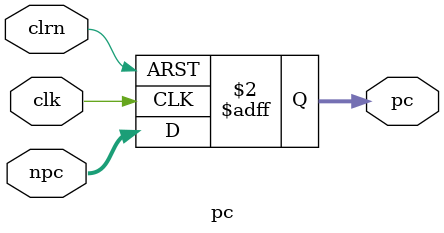
<source format=v>
`timescale 1ns / 1ps

module pc(
    input clk,clrn,

    input [31:0]npc,
    
    output reg[31:0]pc
);
    always @(posedge clk or posedge clrn) begin
        if (clrn) begin
            pc<=0;
        end else begin
            pc<=npc;
        end
    end
endmodule

</source>
